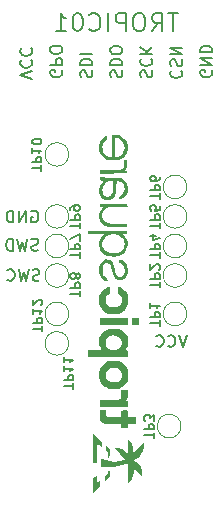
<source format=gbr>
%TF.GenerationSoftware,KiCad,Pcbnew,9.0.0+1*%
%TF.CreationDate,2025-04-22T18:27:58+02:00*%
%TF.ProjectId,ts13a_dev_kit,74733133-615f-4646-9576-5f6b69742e6b,rev?*%
%TF.SameCoordinates,Original*%
%TF.FileFunction,Legend,Bot*%
%TF.FilePolarity,Positive*%
%FSLAX46Y46*%
G04 Gerber Fmt 4.6, Leading zero omitted, Abs format (unit mm)*
G04 Created by KiCad (PCBNEW 9.0.0+1) date 2025-04-22 18:27:58*
%MOMM*%
%LPD*%
G01*
G04 APERTURE LIST*
%ADD10C,0.150000*%
%ADD11C,0.200000*%
%ADD12C,0.120000*%
%ADD13C,0.000000*%
G04 APERTURE END LIST*
D10*
X123510839Y-77157200D02*
X123367982Y-77204819D01*
X123367982Y-77204819D02*
X123129887Y-77204819D01*
X123129887Y-77204819D02*
X123034649Y-77157200D01*
X123034649Y-77157200D02*
X122987030Y-77109580D01*
X122987030Y-77109580D02*
X122939411Y-77014342D01*
X122939411Y-77014342D02*
X122939411Y-76919104D01*
X122939411Y-76919104D02*
X122987030Y-76823866D01*
X122987030Y-76823866D02*
X123034649Y-76776247D01*
X123034649Y-76776247D02*
X123129887Y-76728628D01*
X123129887Y-76728628D02*
X123320363Y-76681009D01*
X123320363Y-76681009D02*
X123415601Y-76633390D01*
X123415601Y-76633390D02*
X123463220Y-76585771D01*
X123463220Y-76585771D02*
X123510839Y-76490533D01*
X123510839Y-76490533D02*
X123510839Y-76395295D01*
X123510839Y-76395295D02*
X123463220Y-76300057D01*
X123463220Y-76300057D02*
X123415601Y-76252438D01*
X123415601Y-76252438D02*
X123320363Y-76204819D01*
X123320363Y-76204819D02*
X123082268Y-76204819D01*
X123082268Y-76204819D02*
X122939411Y-76252438D01*
X122606077Y-76204819D02*
X122367982Y-77204819D01*
X122367982Y-77204819D02*
X122177506Y-76490533D01*
X122177506Y-76490533D02*
X121987030Y-77204819D01*
X121987030Y-77204819D02*
X121748935Y-76204819D01*
X120796554Y-77109580D02*
X120844173Y-77157200D01*
X120844173Y-77157200D02*
X120987030Y-77204819D01*
X120987030Y-77204819D02*
X121082268Y-77204819D01*
X121082268Y-77204819D02*
X121225125Y-77157200D01*
X121225125Y-77157200D02*
X121320363Y-77061961D01*
X121320363Y-77061961D02*
X121367982Y-76966723D01*
X121367982Y-76966723D02*
X121415601Y-76776247D01*
X121415601Y-76776247D02*
X121415601Y-76633390D01*
X121415601Y-76633390D02*
X121367982Y-76442914D01*
X121367982Y-76442914D02*
X121320363Y-76347676D01*
X121320363Y-76347676D02*
X121225125Y-76252438D01*
X121225125Y-76252438D02*
X121082268Y-76204819D01*
X121082268Y-76204819D02*
X120987030Y-76204819D01*
X120987030Y-76204819D02*
X120844173Y-76252438D01*
X120844173Y-76252438D02*
X120796554Y-76300057D01*
X132112800Y-59960839D02*
X132065180Y-59817982D01*
X132065180Y-59817982D02*
X132065180Y-59579887D01*
X132065180Y-59579887D02*
X132112800Y-59484649D01*
X132112800Y-59484649D02*
X132160419Y-59437030D01*
X132160419Y-59437030D02*
X132255657Y-59389411D01*
X132255657Y-59389411D02*
X132350895Y-59389411D01*
X132350895Y-59389411D02*
X132446133Y-59437030D01*
X132446133Y-59437030D02*
X132493752Y-59484649D01*
X132493752Y-59484649D02*
X132541371Y-59579887D01*
X132541371Y-59579887D02*
X132588990Y-59770363D01*
X132588990Y-59770363D02*
X132636609Y-59865601D01*
X132636609Y-59865601D02*
X132684228Y-59913220D01*
X132684228Y-59913220D02*
X132779466Y-59960839D01*
X132779466Y-59960839D02*
X132874704Y-59960839D01*
X132874704Y-59960839D02*
X132969942Y-59913220D01*
X132969942Y-59913220D02*
X133017561Y-59865601D01*
X133017561Y-59865601D02*
X133065180Y-59770363D01*
X133065180Y-59770363D02*
X133065180Y-59532268D01*
X133065180Y-59532268D02*
X133017561Y-59389411D01*
X132160419Y-58389411D02*
X132112800Y-58437030D01*
X132112800Y-58437030D02*
X132065180Y-58579887D01*
X132065180Y-58579887D02*
X132065180Y-58675125D01*
X132065180Y-58675125D02*
X132112800Y-58817982D01*
X132112800Y-58817982D02*
X132208038Y-58913220D01*
X132208038Y-58913220D02*
X132303276Y-58960839D01*
X132303276Y-58960839D02*
X132493752Y-59008458D01*
X132493752Y-59008458D02*
X132636609Y-59008458D01*
X132636609Y-59008458D02*
X132827085Y-58960839D01*
X132827085Y-58960839D02*
X132922323Y-58913220D01*
X132922323Y-58913220D02*
X133017561Y-58817982D01*
X133017561Y-58817982D02*
X133065180Y-58675125D01*
X133065180Y-58675125D02*
X133065180Y-58579887D01*
X133065180Y-58579887D02*
X133017561Y-58437030D01*
X133017561Y-58437030D02*
X132969942Y-58389411D01*
X132065180Y-57960839D02*
X133065180Y-57960839D01*
X132065180Y-57389411D02*
X132636609Y-57817982D01*
X133065180Y-57389411D02*
X132493752Y-57960839D01*
X123410839Y-74607200D02*
X123267982Y-74654819D01*
X123267982Y-74654819D02*
X123029887Y-74654819D01*
X123029887Y-74654819D02*
X122934649Y-74607200D01*
X122934649Y-74607200D02*
X122887030Y-74559580D01*
X122887030Y-74559580D02*
X122839411Y-74464342D01*
X122839411Y-74464342D02*
X122839411Y-74369104D01*
X122839411Y-74369104D02*
X122887030Y-74273866D01*
X122887030Y-74273866D02*
X122934649Y-74226247D01*
X122934649Y-74226247D02*
X123029887Y-74178628D01*
X123029887Y-74178628D02*
X123220363Y-74131009D01*
X123220363Y-74131009D02*
X123315601Y-74083390D01*
X123315601Y-74083390D02*
X123363220Y-74035771D01*
X123363220Y-74035771D02*
X123410839Y-73940533D01*
X123410839Y-73940533D02*
X123410839Y-73845295D01*
X123410839Y-73845295D02*
X123363220Y-73750057D01*
X123363220Y-73750057D02*
X123315601Y-73702438D01*
X123315601Y-73702438D02*
X123220363Y-73654819D01*
X123220363Y-73654819D02*
X122982268Y-73654819D01*
X122982268Y-73654819D02*
X122839411Y-73702438D01*
X122506077Y-73654819D02*
X122267982Y-74654819D01*
X122267982Y-74654819D02*
X122077506Y-73940533D01*
X122077506Y-73940533D02*
X121887030Y-74654819D01*
X121887030Y-74654819D02*
X121648935Y-73654819D01*
X121267982Y-74654819D02*
X121267982Y-73654819D01*
X121267982Y-73654819D02*
X121029887Y-73654819D01*
X121029887Y-73654819D02*
X120887030Y-73702438D01*
X120887030Y-73702438D02*
X120791792Y-73797676D01*
X120791792Y-73797676D02*
X120744173Y-73892914D01*
X120744173Y-73892914D02*
X120696554Y-74083390D01*
X120696554Y-74083390D02*
X120696554Y-74226247D01*
X120696554Y-74226247D02*
X120744173Y-74416723D01*
X120744173Y-74416723D02*
X120791792Y-74511961D01*
X120791792Y-74511961D02*
X120887030Y-74607200D01*
X120887030Y-74607200D02*
X121029887Y-74654819D01*
X121029887Y-74654819D02*
X121267982Y-74654819D01*
X135986077Y-81789819D02*
X135652744Y-82789819D01*
X135652744Y-82789819D02*
X135319411Y-81789819D01*
X134414649Y-82694580D02*
X134462268Y-82742200D01*
X134462268Y-82742200D02*
X134605125Y-82789819D01*
X134605125Y-82789819D02*
X134700363Y-82789819D01*
X134700363Y-82789819D02*
X134843220Y-82742200D01*
X134843220Y-82742200D02*
X134938458Y-82646961D01*
X134938458Y-82646961D02*
X134986077Y-82551723D01*
X134986077Y-82551723D02*
X135033696Y-82361247D01*
X135033696Y-82361247D02*
X135033696Y-82218390D01*
X135033696Y-82218390D02*
X134986077Y-82027914D01*
X134986077Y-82027914D02*
X134938458Y-81932676D01*
X134938458Y-81932676D02*
X134843220Y-81837438D01*
X134843220Y-81837438D02*
X134700363Y-81789819D01*
X134700363Y-81789819D02*
X134605125Y-81789819D01*
X134605125Y-81789819D02*
X134462268Y-81837438D01*
X134462268Y-81837438D02*
X134414649Y-81885057D01*
X133414649Y-82694580D02*
X133462268Y-82742200D01*
X133462268Y-82742200D02*
X133605125Y-82789819D01*
X133605125Y-82789819D02*
X133700363Y-82789819D01*
X133700363Y-82789819D02*
X133843220Y-82742200D01*
X133843220Y-82742200D02*
X133938458Y-82646961D01*
X133938458Y-82646961D02*
X133986077Y-82551723D01*
X133986077Y-82551723D02*
X134033696Y-82361247D01*
X134033696Y-82361247D02*
X134033696Y-82218390D01*
X134033696Y-82218390D02*
X133986077Y-82027914D01*
X133986077Y-82027914D02*
X133938458Y-81932676D01*
X133938458Y-81932676D02*
X133843220Y-81837438D01*
X133843220Y-81837438D02*
X133700363Y-81789819D01*
X133700363Y-81789819D02*
X133605125Y-81789819D01*
X133605125Y-81789819D02*
X133462268Y-81837438D01*
X133462268Y-81837438D02*
X133414649Y-81885057D01*
X138097561Y-59389411D02*
X138145180Y-59484649D01*
X138145180Y-59484649D02*
X138145180Y-59627506D01*
X138145180Y-59627506D02*
X138097561Y-59770363D01*
X138097561Y-59770363D02*
X138002323Y-59865601D01*
X138002323Y-59865601D02*
X137907085Y-59913220D01*
X137907085Y-59913220D02*
X137716609Y-59960839D01*
X137716609Y-59960839D02*
X137573752Y-59960839D01*
X137573752Y-59960839D02*
X137383276Y-59913220D01*
X137383276Y-59913220D02*
X137288038Y-59865601D01*
X137288038Y-59865601D02*
X137192800Y-59770363D01*
X137192800Y-59770363D02*
X137145180Y-59627506D01*
X137145180Y-59627506D02*
X137145180Y-59532268D01*
X137145180Y-59532268D02*
X137192800Y-59389411D01*
X137192800Y-59389411D02*
X137240419Y-59341792D01*
X137240419Y-59341792D02*
X137573752Y-59341792D01*
X137573752Y-59341792D02*
X137573752Y-59532268D01*
X137145180Y-58913220D02*
X138145180Y-58913220D01*
X138145180Y-58913220D02*
X137145180Y-58341792D01*
X137145180Y-58341792D02*
X138145180Y-58341792D01*
X137145180Y-57865601D02*
X138145180Y-57865601D01*
X138145180Y-57865601D02*
X138145180Y-57627506D01*
X138145180Y-57627506D02*
X138097561Y-57484649D01*
X138097561Y-57484649D02*
X138002323Y-57389411D01*
X138002323Y-57389411D02*
X137907085Y-57341792D01*
X137907085Y-57341792D02*
X137716609Y-57294173D01*
X137716609Y-57294173D02*
X137573752Y-57294173D01*
X137573752Y-57294173D02*
X137383276Y-57341792D01*
X137383276Y-57341792D02*
X137288038Y-57389411D01*
X137288038Y-57389411D02*
X137192800Y-57484649D01*
X137192800Y-57484649D02*
X137145180Y-57627506D01*
X137145180Y-57627506D02*
X137145180Y-57865601D01*
D11*
X135249999Y-54556028D02*
X134392857Y-54556028D01*
X134821428Y-56056028D02*
X134821428Y-54556028D01*
X133035714Y-56056028D02*
X133535714Y-55341742D01*
X133892857Y-56056028D02*
X133892857Y-54556028D01*
X133892857Y-54556028D02*
X133321428Y-54556028D01*
X133321428Y-54556028D02*
X133178571Y-54627457D01*
X133178571Y-54627457D02*
X133107142Y-54698885D01*
X133107142Y-54698885D02*
X133035714Y-54841742D01*
X133035714Y-54841742D02*
X133035714Y-55056028D01*
X133035714Y-55056028D02*
X133107142Y-55198885D01*
X133107142Y-55198885D02*
X133178571Y-55270314D01*
X133178571Y-55270314D02*
X133321428Y-55341742D01*
X133321428Y-55341742D02*
X133892857Y-55341742D01*
X132107142Y-54556028D02*
X131821428Y-54556028D01*
X131821428Y-54556028D02*
X131678571Y-54627457D01*
X131678571Y-54627457D02*
X131535714Y-54770314D01*
X131535714Y-54770314D02*
X131464285Y-55056028D01*
X131464285Y-55056028D02*
X131464285Y-55556028D01*
X131464285Y-55556028D02*
X131535714Y-55841742D01*
X131535714Y-55841742D02*
X131678571Y-55984600D01*
X131678571Y-55984600D02*
X131821428Y-56056028D01*
X131821428Y-56056028D02*
X132107142Y-56056028D01*
X132107142Y-56056028D02*
X132250000Y-55984600D01*
X132250000Y-55984600D02*
X132392857Y-55841742D01*
X132392857Y-55841742D02*
X132464285Y-55556028D01*
X132464285Y-55556028D02*
X132464285Y-55056028D01*
X132464285Y-55056028D02*
X132392857Y-54770314D01*
X132392857Y-54770314D02*
X132250000Y-54627457D01*
X132250000Y-54627457D02*
X132107142Y-54556028D01*
X130821428Y-56056028D02*
X130821428Y-54556028D01*
X130821428Y-54556028D02*
X130249999Y-54556028D01*
X130249999Y-54556028D02*
X130107142Y-54627457D01*
X130107142Y-54627457D02*
X130035713Y-54698885D01*
X130035713Y-54698885D02*
X129964285Y-54841742D01*
X129964285Y-54841742D02*
X129964285Y-55056028D01*
X129964285Y-55056028D02*
X130035713Y-55198885D01*
X130035713Y-55198885D02*
X130107142Y-55270314D01*
X130107142Y-55270314D02*
X130249999Y-55341742D01*
X130249999Y-55341742D02*
X130821428Y-55341742D01*
X129321428Y-56056028D02*
X129321428Y-54556028D01*
X127749999Y-55913171D02*
X127821427Y-55984600D01*
X127821427Y-55984600D02*
X128035713Y-56056028D01*
X128035713Y-56056028D02*
X128178570Y-56056028D01*
X128178570Y-56056028D02*
X128392856Y-55984600D01*
X128392856Y-55984600D02*
X128535713Y-55841742D01*
X128535713Y-55841742D02*
X128607142Y-55698885D01*
X128607142Y-55698885D02*
X128678570Y-55413171D01*
X128678570Y-55413171D02*
X128678570Y-55198885D01*
X128678570Y-55198885D02*
X128607142Y-54913171D01*
X128607142Y-54913171D02*
X128535713Y-54770314D01*
X128535713Y-54770314D02*
X128392856Y-54627457D01*
X128392856Y-54627457D02*
X128178570Y-54556028D01*
X128178570Y-54556028D02*
X128035713Y-54556028D01*
X128035713Y-54556028D02*
X127821427Y-54627457D01*
X127821427Y-54627457D02*
X127749999Y-54698885D01*
X126821427Y-54556028D02*
X126678570Y-54556028D01*
X126678570Y-54556028D02*
X126535713Y-54627457D01*
X126535713Y-54627457D02*
X126464285Y-54698885D01*
X126464285Y-54698885D02*
X126392856Y-54841742D01*
X126392856Y-54841742D02*
X126321427Y-55127457D01*
X126321427Y-55127457D02*
X126321427Y-55484600D01*
X126321427Y-55484600D02*
X126392856Y-55770314D01*
X126392856Y-55770314D02*
X126464285Y-55913171D01*
X126464285Y-55913171D02*
X126535713Y-55984600D01*
X126535713Y-55984600D02*
X126678570Y-56056028D01*
X126678570Y-56056028D02*
X126821427Y-56056028D01*
X126821427Y-56056028D02*
X126964285Y-55984600D01*
X126964285Y-55984600D02*
X127035713Y-55913171D01*
X127035713Y-55913171D02*
X127107142Y-55770314D01*
X127107142Y-55770314D02*
X127178570Y-55484600D01*
X127178570Y-55484600D02*
X127178570Y-55127457D01*
X127178570Y-55127457D02*
X127107142Y-54841742D01*
X127107142Y-54841742D02*
X127035713Y-54698885D01*
X127035713Y-54698885D02*
X126964285Y-54627457D01*
X126964285Y-54627457D02*
X126821427Y-54556028D01*
X124892856Y-56056028D02*
X125749999Y-56056028D01*
X125321428Y-56056028D02*
X125321428Y-54556028D01*
X125321428Y-54556028D02*
X125464285Y-54770314D01*
X125464285Y-54770314D02*
X125607142Y-54913171D01*
X125607142Y-54913171D02*
X125749999Y-54984600D01*
D10*
X129572800Y-59960839D02*
X129525180Y-59817982D01*
X129525180Y-59817982D02*
X129525180Y-59579887D01*
X129525180Y-59579887D02*
X129572800Y-59484649D01*
X129572800Y-59484649D02*
X129620419Y-59437030D01*
X129620419Y-59437030D02*
X129715657Y-59389411D01*
X129715657Y-59389411D02*
X129810895Y-59389411D01*
X129810895Y-59389411D02*
X129906133Y-59437030D01*
X129906133Y-59437030D02*
X129953752Y-59484649D01*
X129953752Y-59484649D02*
X130001371Y-59579887D01*
X130001371Y-59579887D02*
X130048990Y-59770363D01*
X130048990Y-59770363D02*
X130096609Y-59865601D01*
X130096609Y-59865601D02*
X130144228Y-59913220D01*
X130144228Y-59913220D02*
X130239466Y-59960839D01*
X130239466Y-59960839D02*
X130334704Y-59960839D01*
X130334704Y-59960839D02*
X130429942Y-59913220D01*
X130429942Y-59913220D02*
X130477561Y-59865601D01*
X130477561Y-59865601D02*
X130525180Y-59770363D01*
X130525180Y-59770363D02*
X130525180Y-59532268D01*
X130525180Y-59532268D02*
X130477561Y-59389411D01*
X129525180Y-58960839D02*
X130525180Y-58960839D01*
X130525180Y-58960839D02*
X130525180Y-58722744D01*
X130525180Y-58722744D02*
X130477561Y-58579887D01*
X130477561Y-58579887D02*
X130382323Y-58484649D01*
X130382323Y-58484649D02*
X130287085Y-58437030D01*
X130287085Y-58437030D02*
X130096609Y-58389411D01*
X130096609Y-58389411D02*
X129953752Y-58389411D01*
X129953752Y-58389411D02*
X129763276Y-58437030D01*
X129763276Y-58437030D02*
X129668038Y-58484649D01*
X129668038Y-58484649D02*
X129572800Y-58579887D01*
X129572800Y-58579887D02*
X129525180Y-58722744D01*
X129525180Y-58722744D02*
X129525180Y-58960839D01*
X130525180Y-57770363D02*
X130525180Y-57579887D01*
X130525180Y-57579887D02*
X130477561Y-57484649D01*
X130477561Y-57484649D02*
X130382323Y-57389411D01*
X130382323Y-57389411D02*
X130191847Y-57341792D01*
X130191847Y-57341792D02*
X129858514Y-57341792D01*
X129858514Y-57341792D02*
X129668038Y-57389411D01*
X129668038Y-57389411D02*
X129572800Y-57484649D01*
X129572800Y-57484649D02*
X129525180Y-57579887D01*
X129525180Y-57579887D02*
X129525180Y-57770363D01*
X129525180Y-57770363D02*
X129572800Y-57865601D01*
X129572800Y-57865601D02*
X129668038Y-57960839D01*
X129668038Y-57960839D02*
X129858514Y-58008458D01*
X129858514Y-58008458D02*
X130191847Y-58008458D01*
X130191847Y-58008458D02*
X130382323Y-57960839D01*
X130382323Y-57960839D02*
X130477561Y-57865601D01*
X130477561Y-57865601D02*
X130525180Y-57770363D01*
X122905180Y-60094599D02*
X121905180Y-59761266D01*
X121905180Y-59761266D02*
X122905180Y-59427933D01*
X122000419Y-58523171D02*
X121952800Y-58570790D01*
X121952800Y-58570790D02*
X121905180Y-58713647D01*
X121905180Y-58713647D02*
X121905180Y-58808885D01*
X121905180Y-58808885D02*
X121952800Y-58951742D01*
X121952800Y-58951742D02*
X122048038Y-59046980D01*
X122048038Y-59046980D02*
X122143276Y-59094599D01*
X122143276Y-59094599D02*
X122333752Y-59142218D01*
X122333752Y-59142218D02*
X122476609Y-59142218D01*
X122476609Y-59142218D02*
X122667085Y-59094599D01*
X122667085Y-59094599D02*
X122762323Y-59046980D01*
X122762323Y-59046980D02*
X122857561Y-58951742D01*
X122857561Y-58951742D02*
X122905180Y-58808885D01*
X122905180Y-58808885D02*
X122905180Y-58713647D01*
X122905180Y-58713647D02*
X122857561Y-58570790D01*
X122857561Y-58570790D02*
X122809942Y-58523171D01*
X122000419Y-57523171D02*
X121952800Y-57570790D01*
X121952800Y-57570790D02*
X121905180Y-57713647D01*
X121905180Y-57713647D02*
X121905180Y-57808885D01*
X121905180Y-57808885D02*
X121952800Y-57951742D01*
X121952800Y-57951742D02*
X122048038Y-58046980D01*
X122048038Y-58046980D02*
X122143276Y-58094599D01*
X122143276Y-58094599D02*
X122333752Y-58142218D01*
X122333752Y-58142218D02*
X122476609Y-58142218D01*
X122476609Y-58142218D02*
X122667085Y-58094599D01*
X122667085Y-58094599D02*
X122762323Y-58046980D01*
X122762323Y-58046980D02*
X122857561Y-57951742D01*
X122857561Y-57951742D02*
X122905180Y-57808885D01*
X122905180Y-57808885D02*
X122905180Y-57713647D01*
X122905180Y-57713647D02*
X122857561Y-57570790D01*
X122857561Y-57570790D02*
X122809942Y-57523171D01*
X127032800Y-59960839D02*
X126985180Y-59817982D01*
X126985180Y-59817982D02*
X126985180Y-59579887D01*
X126985180Y-59579887D02*
X127032800Y-59484649D01*
X127032800Y-59484649D02*
X127080419Y-59437030D01*
X127080419Y-59437030D02*
X127175657Y-59389411D01*
X127175657Y-59389411D02*
X127270895Y-59389411D01*
X127270895Y-59389411D02*
X127366133Y-59437030D01*
X127366133Y-59437030D02*
X127413752Y-59484649D01*
X127413752Y-59484649D02*
X127461371Y-59579887D01*
X127461371Y-59579887D02*
X127508990Y-59770363D01*
X127508990Y-59770363D02*
X127556609Y-59865601D01*
X127556609Y-59865601D02*
X127604228Y-59913220D01*
X127604228Y-59913220D02*
X127699466Y-59960839D01*
X127699466Y-59960839D02*
X127794704Y-59960839D01*
X127794704Y-59960839D02*
X127889942Y-59913220D01*
X127889942Y-59913220D02*
X127937561Y-59865601D01*
X127937561Y-59865601D02*
X127985180Y-59770363D01*
X127985180Y-59770363D02*
X127985180Y-59532268D01*
X127985180Y-59532268D02*
X127937561Y-59389411D01*
X126985180Y-58960839D02*
X127985180Y-58960839D01*
X127985180Y-58960839D02*
X127985180Y-58722744D01*
X127985180Y-58722744D02*
X127937561Y-58579887D01*
X127937561Y-58579887D02*
X127842323Y-58484649D01*
X127842323Y-58484649D02*
X127747085Y-58437030D01*
X127747085Y-58437030D02*
X127556609Y-58389411D01*
X127556609Y-58389411D02*
X127413752Y-58389411D01*
X127413752Y-58389411D02*
X127223276Y-58437030D01*
X127223276Y-58437030D02*
X127128038Y-58484649D01*
X127128038Y-58484649D02*
X127032800Y-58579887D01*
X127032800Y-58579887D02*
X126985180Y-58722744D01*
X126985180Y-58722744D02*
X126985180Y-58960839D01*
X126985180Y-57960839D02*
X127985180Y-57960839D01*
X122839411Y-71302438D02*
X122934649Y-71254819D01*
X122934649Y-71254819D02*
X123077506Y-71254819D01*
X123077506Y-71254819D02*
X123220363Y-71302438D01*
X123220363Y-71302438D02*
X123315601Y-71397676D01*
X123315601Y-71397676D02*
X123363220Y-71492914D01*
X123363220Y-71492914D02*
X123410839Y-71683390D01*
X123410839Y-71683390D02*
X123410839Y-71826247D01*
X123410839Y-71826247D02*
X123363220Y-72016723D01*
X123363220Y-72016723D02*
X123315601Y-72111961D01*
X123315601Y-72111961D02*
X123220363Y-72207200D01*
X123220363Y-72207200D02*
X123077506Y-72254819D01*
X123077506Y-72254819D02*
X122982268Y-72254819D01*
X122982268Y-72254819D02*
X122839411Y-72207200D01*
X122839411Y-72207200D02*
X122791792Y-72159580D01*
X122791792Y-72159580D02*
X122791792Y-71826247D01*
X122791792Y-71826247D02*
X122982268Y-71826247D01*
X122363220Y-72254819D02*
X122363220Y-71254819D01*
X122363220Y-71254819D02*
X121791792Y-72254819D01*
X121791792Y-72254819D02*
X121791792Y-71254819D01*
X121315601Y-72254819D02*
X121315601Y-71254819D01*
X121315601Y-71254819D02*
X121077506Y-71254819D01*
X121077506Y-71254819D02*
X120934649Y-71302438D01*
X120934649Y-71302438D02*
X120839411Y-71397676D01*
X120839411Y-71397676D02*
X120791792Y-71492914D01*
X120791792Y-71492914D02*
X120744173Y-71683390D01*
X120744173Y-71683390D02*
X120744173Y-71826247D01*
X120744173Y-71826247D02*
X120791792Y-72016723D01*
X120791792Y-72016723D02*
X120839411Y-72111961D01*
X120839411Y-72111961D02*
X120934649Y-72207200D01*
X120934649Y-72207200D02*
X121077506Y-72254819D01*
X121077506Y-72254819D02*
X121315601Y-72254819D01*
X134700419Y-59400963D02*
X134652800Y-59448582D01*
X134652800Y-59448582D02*
X134605180Y-59591439D01*
X134605180Y-59591439D02*
X134605180Y-59686677D01*
X134605180Y-59686677D02*
X134652800Y-59829534D01*
X134652800Y-59829534D02*
X134748038Y-59924772D01*
X134748038Y-59924772D02*
X134843276Y-59972391D01*
X134843276Y-59972391D02*
X135033752Y-60020010D01*
X135033752Y-60020010D02*
X135176609Y-60020010D01*
X135176609Y-60020010D02*
X135367085Y-59972391D01*
X135367085Y-59972391D02*
X135462323Y-59924772D01*
X135462323Y-59924772D02*
X135557561Y-59829534D01*
X135557561Y-59829534D02*
X135605180Y-59686677D01*
X135605180Y-59686677D02*
X135605180Y-59591439D01*
X135605180Y-59591439D02*
X135557561Y-59448582D01*
X135557561Y-59448582D02*
X135509942Y-59400963D01*
X134652800Y-59020010D02*
X134605180Y-58877153D01*
X134605180Y-58877153D02*
X134605180Y-58639058D01*
X134605180Y-58639058D02*
X134652800Y-58543820D01*
X134652800Y-58543820D02*
X134700419Y-58496201D01*
X134700419Y-58496201D02*
X134795657Y-58448582D01*
X134795657Y-58448582D02*
X134890895Y-58448582D01*
X134890895Y-58448582D02*
X134986133Y-58496201D01*
X134986133Y-58496201D02*
X135033752Y-58543820D01*
X135033752Y-58543820D02*
X135081371Y-58639058D01*
X135081371Y-58639058D02*
X135128990Y-58829534D01*
X135128990Y-58829534D02*
X135176609Y-58924772D01*
X135176609Y-58924772D02*
X135224228Y-58972391D01*
X135224228Y-58972391D02*
X135319466Y-59020010D01*
X135319466Y-59020010D02*
X135414704Y-59020010D01*
X135414704Y-59020010D02*
X135509942Y-58972391D01*
X135509942Y-58972391D02*
X135557561Y-58924772D01*
X135557561Y-58924772D02*
X135605180Y-58829534D01*
X135605180Y-58829534D02*
X135605180Y-58591439D01*
X135605180Y-58591439D02*
X135557561Y-58448582D01*
X134605180Y-58020010D02*
X135605180Y-58020010D01*
X135605180Y-58020010D02*
X134605180Y-57448582D01*
X134605180Y-57448582D02*
X135605180Y-57448582D01*
X125397561Y-59389411D02*
X125445180Y-59484649D01*
X125445180Y-59484649D02*
X125445180Y-59627506D01*
X125445180Y-59627506D02*
X125397561Y-59770363D01*
X125397561Y-59770363D02*
X125302323Y-59865601D01*
X125302323Y-59865601D02*
X125207085Y-59913220D01*
X125207085Y-59913220D02*
X125016609Y-59960839D01*
X125016609Y-59960839D02*
X124873752Y-59960839D01*
X124873752Y-59960839D02*
X124683276Y-59913220D01*
X124683276Y-59913220D02*
X124588038Y-59865601D01*
X124588038Y-59865601D02*
X124492800Y-59770363D01*
X124492800Y-59770363D02*
X124445180Y-59627506D01*
X124445180Y-59627506D02*
X124445180Y-59532268D01*
X124445180Y-59532268D02*
X124492800Y-59389411D01*
X124492800Y-59389411D02*
X124540419Y-59341792D01*
X124540419Y-59341792D02*
X124873752Y-59341792D01*
X124873752Y-59341792D02*
X124873752Y-59532268D01*
X124445180Y-58913220D02*
X125445180Y-58913220D01*
X125445180Y-58913220D02*
X125445180Y-58532268D01*
X125445180Y-58532268D02*
X125397561Y-58437030D01*
X125397561Y-58437030D02*
X125349942Y-58389411D01*
X125349942Y-58389411D02*
X125254704Y-58341792D01*
X125254704Y-58341792D02*
X125111847Y-58341792D01*
X125111847Y-58341792D02*
X125016609Y-58389411D01*
X125016609Y-58389411D02*
X124968990Y-58437030D01*
X124968990Y-58437030D02*
X124921371Y-58532268D01*
X124921371Y-58532268D02*
X124921371Y-58913220D01*
X125445180Y-57722744D02*
X125445180Y-57532268D01*
X125445180Y-57532268D02*
X125397561Y-57437030D01*
X125397561Y-57437030D02*
X125302323Y-57341792D01*
X125302323Y-57341792D02*
X125111847Y-57294173D01*
X125111847Y-57294173D02*
X124778514Y-57294173D01*
X124778514Y-57294173D02*
X124588038Y-57341792D01*
X124588038Y-57341792D02*
X124492800Y-57437030D01*
X124492800Y-57437030D02*
X124445180Y-57532268D01*
X124445180Y-57532268D02*
X124445180Y-57722744D01*
X124445180Y-57722744D02*
X124492800Y-57817982D01*
X124492800Y-57817982D02*
X124588038Y-57913220D01*
X124588038Y-57913220D02*
X124778514Y-57960839D01*
X124778514Y-57960839D02*
X125111847Y-57960839D01*
X125111847Y-57960839D02*
X125302323Y-57913220D01*
X125302323Y-57913220D02*
X125397561Y-57817982D01*
X125397561Y-57817982D02*
X125445180Y-57722744D01*
X126937704Y-75259523D02*
X126937704Y-74802380D01*
X126137704Y-75030952D02*
X126937704Y-75030952D01*
X126137704Y-74535713D02*
X126937704Y-74535713D01*
X126937704Y-74535713D02*
X126937704Y-74230951D01*
X126937704Y-74230951D02*
X126899609Y-74154761D01*
X126899609Y-74154761D02*
X126861514Y-74116666D01*
X126861514Y-74116666D02*
X126785323Y-74078570D01*
X126785323Y-74078570D02*
X126671038Y-74078570D01*
X126671038Y-74078570D02*
X126594847Y-74116666D01*
X126594847Y-74116666D02*
X126556752Y-74154761D01*
X126556752Y-74154761D02*
X126518657Y-74230951D01*
X126518657Y-74230951D02*
X126518657Y-74535713D01*
X126937704Y-73811904D02*
X126937704Y-73278570D01*
X126937704Y-73278570D02*
X126137704Y-73621428D01*
X133687704Y-77759523D02*
X133687704Y-77302380D01*
X132887704Y-77530952D02*
X133687704Y-77530952D01*
X132887704Y-77035713D02*
X133687704Y-77035713D01*
X133687704Y-77035713D02*
X133687704Y-76730951D01*
X133687704Y-76730951D02*
X133649609Y-76654761D01*
X133649609Y-76654761D02*
X133611514Y-76616666D01*
X133611514Y-76616666D02*
X133535323Y-76578570D01*
X133535323Y-76578570D02*
X133421038Y-76578570D01*
X133421038Y-76578570D02*
X133344847Y-76616666D01*
X133344847Y-76616666D02*
X133306752Y-76654761D01*
X133306752Y-76654761D02*
X133268657Y-76730951D01*
X133268657Y-76730951D02*
X133268657Y-77035713D01*
X133611514Y-76273809D02*
X133649609Y-76235713D01*
X133649609Y-76235713D02*
X133687704Y-76159523D01*
X133687704Y-76159523D02*
X133687704Y-75969047D01*
X133687704Y-75969047D02*
X133649609Y-75892856D01*
X133649609Y-75892856D02*
X133611514Y-75854761D01*
X133611514Y-75854761D02*
X133535323Y-75816666D01*
X133535323Y-75816666D02*
X133459133Y-75816666D01*
X133459133Y-75816666D02*
X133344847Y-75854761D01*
X133344847Y-75854761D02*
X132887704Y-76311904D01*
X132887704Y-76311904D02*
X132887704Y-75816666D01*
X133687704Y-72759523D02*
X133687704Y-72302380D01*
X132887704Y-72530952D02*
X133687704Y-72530952D01*
X132887704Y-72035713D02*
X133687704Y-72035713D01*
X133687704Y-72035713D02*
X133687704Y-71730951D01*
X133687704Y-71730951D02*
X133649609Y-71654761D01*
X133649609Y-71654761D02*
X133611514Y-71616666D01*
X133611514Y-71616666D02*
X133535323Y-71578570D01*
X133535323Y-71578570D02*
X133421038Y-71578570D01*
X133421038Y-71578570D02*
X133344847Y-71616666D01*
X133344847Y-71616666D02*
X133306752Y-71654761D01*
X133306752Y-71654761D02*
X133268657Y-71730951D01*
X133268657Y-71730951D02*
X133268657Y-72035713D01*
X133687704Y-70854761D02*
X133687704Y-71235713D01*
X133687704Y-71235713D02*
X133306752Y-71273809D01*
X133306752Y-71273809D02*
X133344847Y-71235713D01*
X133344847Y-71235713D02*
X133382942Y-71159523D01*
X133382942Y-71159523D02*
X133382942Y-70969047D01*
X133382942Y-70969047D02*
X133344847Y-70892856D01*
X133344847Y-70892856D02*
X133306752Y-70854761D01*
X133306752Y-70854761D02*
X133230561Y-70816666D01*
X133230561Y-70816666D02*
X133040085Y-70816666D01*
X133040085Y-70816666D02*
X132963895Y-70854761D01*
X132963895Y-70854761D02*
X132925800Y-70892856D01*
X132925800Y-70892856D02*
X132887704Y-70969047D01*
X132887704Y-70969047D02*
X132887704Y-71159523D01*
X132887704Y-71159523D02*
X132925800Y-71235713D01*
X132925800Y-71235713D02*
X132963895Y-71273809D01*
X133687704Y-70259523D02*
X133687704Y-69802380D01*
X132887704Y-70030952D02*
X133687704Y-70030952D01*
X132887704Y-69535713D02*
X133687704Y-69535713D01*
X133687704Y-69535713D02*
X133687704Y-69230951D01*
X133687704Y-69230951D02*
X133649609Y-69154761D01*
X133649609Y-69154761D02*
X133611514Y-69116666D01*
X133611514Y-69116666D02*
X133535323Y-69078570D01*
X133535323Y-69078570D02*
X133421038Y-69078570D01*
X133421038Y-69078570D02*
X133344847Y-69116666D01*
X133344847Y-69116666D02*
X133306752Y-69154761D01*
X133306752Y-69154761D02*
X133268657Y-69230951D01*
X133268657Y-69230951D02*
X133268657Y-69535713D01*
X133687704Y-68392856D02*
X133687704Y-68545237D01*
X133687704Y-68545237D02*
X133649609Y-68621428D01*
X133649609Y-68621428D02*
X133611514Y-68659523D01*
X133611514Y-68659523D02*
X133497228Y-68735713D01*
X133497228Y-68735713D02*
X133344847Y-68773809D01*
X133344847Y-68773809D02*
X133040085Y-68773809D01*
X133040085Y-68773809D02*
X132963895Y-68735713D01*
X132963895Y-68735713D02*
X132925800Y-68697618D01*
X132925800Y-68697618D02*
X132887704Y-68621428D01*
X132887704Y-68621428D02*
X132887704Y-68469047D01*
X132887704Y-68469047D02*
X132925800Y-68392856D01*
X132925800Y-68392856D02*
X132963895Y-68354761D01*
X132963895Y-68354761D02*
X133040085Y-68316666D01*
X133040085Y-68316666D02*
X133230561Y-68316666D01*
X133230561Y-68316666D02*
X133306752Y-68354761D01*
X133306752Y-68354761D02*
X133344847Y-68392856D01*
X133344847Y-68392856D02*
X133382942Y-68469047D01*
X133382942Y-68469047D02*
X133382942Y-68621428D01*
X133382942Y-68621428D02*
X133344847Y-68697618D01*
X133344847Y-68697618D02*
X133306752Y-68735713D01*
X133306752Y-68735713D02*
X133230561Y-68773809D01*
X123687704Y-67890476D02*
X123687704Y-67433333D01*
X122887704Y-67661905D02*
X123687704Y-67661905D01*
X122887704Y-67166666D02*
X123687704Y-67166666D01*
X123687704Y-67166666D02*
X123687704Y-66861904D01*
X123687704Y-66861904D02*
X123649609Y-66785714D01*
X123649609Y-66785714D02*
X123611514Y-66747619D01*
X123611514Y-66747619D02*
X123535323Y-66709523D01*
X123535323Y-66709523D02*
X123421038Y-66709523D01*
X123421038Y-66709523D02*
X123344847Y-66747619D01*
X123344847Y-66747619D02*
X123306752Y-66785714D01*
X123306752Y-66785714D02*
X123268657Y-66861904D01*
X123268657Y-66861904D02*
X123268657Y-67166666D01*
X122887704Y-65947619D02*
X122887704Y-66404762D01*
X122887704Y-66176190D02*
X123687704Y-66176190D01*
X123687704Y-66176190D02*
X123573419Y-66252381D01*
X123573419Y-66252381D02*
X123497228Y-66328571D01*
X123497228Y-66328571D02*
X123459133Y-66404762D01*
X123687704Y-65452380D02*
X123687704Y-65376190D01*
X123687704Y-65376190D02*
X123649609Y-65299999D01*
X123649609Y-65299999D02*
X123611514Y-65261904D01*
X123611514Y-65261904D02*
X123535323Y-65223809D01*
X123535323Y-65223809D02*
X123382942Y-65185714D01*
X123382942Y-65185714D02*
X123192466Y-65185714D01*
X123192466Y-65185714D02*
X123040085Y-65223809D01*
X123040085Y-65223809D02*
X122963895Y-65261904D01*
X122963895Y-65261904D02*
X122925800Y-65299999D01*
X122925800Y-65299999D02*
X122887704Y-65376190D01*
X122887704Y-65376190D02*
X122887704Y-65452380D01*
X122887704Y-65452380D02*
X122925800Y-65528571D01*
X122925800Y-65528571D02*
X122963895Y-65566666D01*
X122963895Y-65566666D02*
X123040085Y-65604761D01*
X123040085Y-65604761D02*
X123192466Y-65642857D01*
X123192466Y-65642857D02*
X123382942Y-65642857D01*
X123382942Y-65642857D02*
X123535323Y-65604761D01*
X123535323Y-65604761D02*
X123611514Y-65566666D01*
X123611514Y-65566666D02*
X123649609Y-65528571D01*
X123649609Y-65528571D02*
X123687704Y-65452380D01*
X123757704Y-81490476D02*
X123757704Y-81033333D01*
X122957704Y-81261905D02*
X123757704Y-81261905D01*
X122957704Y-80766666D02*
X123757704Y-80766666D01*
X123757704Y-80766666D02*
X123757704Y-80461904D01*
X123757704Y-80461904D02*
X123719609Y-80385714D01*
X123719609Y-80385714D02*
X123681514Y-80347619D01*
X123681514Y-80347619D02*
X123605323Y-80309523D01*
X123605323Y-80309523D02*
X123491038Y-80309523D01*
X123491038Y-80309523D02*
X123414847Y-80347619D01*
X123414847Y-80347619D02*
X123376752Y-80385714D01*
X123376752Y-80385714D02*
X123338657Y-80461904D01*
X123338657Y-80461904D02*
X123338657Y-80766666D01*
X122957704Y-79547619D02*
X122957704Y-80004762D01*
X122957704Y-79776190D02*
X123757704Y-79776190D01*
X123757704Y-79776190D02*
X123643419Y-79852381D01*
X123643419Y-79852381D02*
X123567228Y-79928571D01*
X123567228Y-79928571D02*
X123529133Y-80004762D01*
X123681514Y-79242857D02*
X123719609Y-79204761D01*
X123719609Y-79204761D02*
X123757704Y-79128571D01*
X123757704Y-79128571D02*
X123757704Y-78938095D01*
X123757704Y-78938095D02*
X123719609Y-78861904D01*
X123719609Y-78861904D02*
X123681514Y-78823809D01*
X123681514Y-78823809D02*
X123605323Y-78785714D01*
X123605323Y-78785714D02*
X123529133Y-78785714D01*
X123529133Y-78785714D02*
X123414847Y-78823809D01*
X123414847Y-78823809D02*
X122957704Y-79280952D01*
X122957704Y-79280952D02*
X122957704Y-78785714D01*
X126937704Y-78509523D02*
X126937704Y-78052380D01*
X126137704Y-78280952D02*
X126937704Y-78280952D01*
X126137704Y-77785713D02*
X126937704Y-77785713D01*
X126937704Y-77785713D02*
X126937704Y-77480951D01*
X126937704Y-77480951D02*
X126899609Y-77404761D01*
X126899609Y-77404761D02*
X126861514Y-77366666D01*
X126861514Y-77366666D02*
X126785323Y-77328570D01*
X126785323Y-77328570D02*
X126671038Y-77328570D01*
X126671038Y-77328570D02*
X126594847Y-77366666D01*
X126594847Y-77366666D02*
X126556752Y-77404761D01*
X126556752Y-77404761D02*
X126518657Y-77480951D01*
X126518657Y-77480951D02*
X126518657Y-77785713D01*
X126594847Y-76871428D02*
X126632942Y-76947618D01*
X126632942Y-76947618D02*
X126671038Y-76985713D01*
X126671038Y-76985713D02*
X126747228Y-77023809D01*
X126747228Y-77023809D02*
X126785323Y-77023809D01*
X126785323Y-77023809D02*
X126861514Y-76985713D01*
X126861514Y-76985713D02*
X126899609Y-76947618D01*
X126899609Y-76947618D02*
X126937704Y-76871428D01*
X126937704Y-76871428D02*
X126937704Y-76719047D01*
X126937704Y-76719047D02*
X126899609Y-76642856D01*
X126899609Y-76642856D02*
X126861514Y-76604761D01*
X126861514Y-76604761D02*
X126785323Y-76566666D01*
X126785323Y-76566666D02*
X126747228Y-76566666D01*
X126747228Y-76566666D02*
X126671038Y-76604761D01*
X126671038Y-76604761D02*
X126632942Y-76642856D01*
X126632942Y-76642856D02*
X126594847Y-76719047D01*
X126594847Y-76719047D02*
X126594847Y-76871428D01*
X126594847Y-76871428D02*
X126556752Y-76947618D01*
X126556752Y-76947618D02*
X126518657Y-76985713D01*
X126518657Y-76985713D02*
X126442466Y-77023809D01*
X126442466Y-77023809D02*
X126290085Y-77023809D01*
X126290085Y-77023809D02*
X126213895Y-76985713D01*
X126213895Y-76985713D02*
X126175800Y-76947618D01*
X126175800Y-76947618D02*
X126137704Y-76871428D01*
X126137704Y-76871428D02*
X126137704Y-76719047D01*
X126137704Y-76719047D02*
X126175800Y-76642856D01*
X126175800Y-76642856D02*
X126213895Y-76604761D01*
X126213895Y-76604761D02*
X126290085Y-76566666D01*
X126290085Y-76566666D02*
X126442466Y-76566666D01*
X126442466Y-76566666D02*
X126518657Y-76604761D01*
X126518657Y-76604761D02*
X126556752Y-76642856D01*
X126556752Y-76642856D02*
X126594847Y-76719047D01*
X126377704Y-86350476D02*
X126377704Y-85893333D01*
X125577704Y-86121905D02*
X126377704Y-86121905D01*
X125577704Y-85626666D02*
X126377704Y-85626666D01*
X126377704Y-85626666D02*
X126377704Y-85321904D01*
X126377704Y-85321904D02*
X126339609Y-85245714D01*
X126339609Y-85245714D02*
X126301514Y-85207619D01*
X126301514Y-85207619D02*
X126225323Y-85169523D01*
X126225323Y-85169523D02*
X126111038Y-85169523D01*
X126111038Y-85169523D02*
X126034847Y-85207619D01*
X126034847Y-85207619D02*
X125996752Y-85245714D01*
X125996752Y-85245714D02*
X125958657Y-85321904D01*
X125958657Y-85321904D02*
X125958657Y-85626666D01*
X125577704Y-84407619D02*
X125577704Y-84864762D01*
X125577704Y-84636190D02*
X126377704Y-84636190D01*
X126377704Y-84636190D02*
X126263419Y-84712381D01*
X126263419Y-84712381D02*
X126187228Y-84788571D01*
X126187228Y-84788571D02*
X126149133Y-84864762D01*
X125577704Y-83645714D02*
X125577704Y-84102857D01*
X125577704Y-83874285D02*
X126377704Y-83874285D01*
X126377704Y-83874285D02*
X126263419Y-83950476D01*
X126263419Y-83950476D02*
X126187228Y-84026666D01*
X126187228Y-84026666D02*
X126149133Y-84102857D01*
X126937704Y-72759523D02*
X126937704Y-72302380D01*
X126137704Y-72530952D02*
X126937704Y-72530952D01*
X126137704Y-72035713D02*
X126937704Y-72035713D01*
X126937704Y-72035713D02*
X126937704Y-71730951D01*
X126937704Y-71730951D02*
X126899609Y-71654761D01*
X126899609Y-71654761D02*
X126861514Y-71616666D01*
X126861514Y-71616666D02*
X126785323Y-71578570D01*
X126785323Y-71578570D02*
X126671038Y-71578570D01*
X126671038Y-71578570D02*
X126594847Y-71616666D01*
X126594847Y-71616666D02*
X126556752Y-71654761D01*
X126556752Y-71654761D02*
X126518657Y-71730951D01*
X126518657Y-71730951D02*
X126518657Y-72035713D01*
X126137704Y-71197618D02*
X126137704Y-71045237D01*
X126137704Y-71045237D02*
X126175800Y-70969047D01*
X126175800Y-70969047D02*
X126213895Y-70930951D01*
X126213895Y-70930951D02*
X126328180Y-70854761D01*
X126328180Y-70854761D02*
X126480561Y-70816666D01*
X126480561Y-70816666D02*
X126785323Y-70816666D01*
X126785323Y-70816666D02*
X126861514Y-70854761D01*
X126861514Y-70854761D02*
X126899609Y-70892856D01*
X126899609Y-70892856D02*
X126937704Y-70969047D01*
X126937704Y-70969047D02*
X126937704Y-71121428D01*
X126937704Y-71121428D02*
X126899609Y-71197618D01*
X126899609Y-71197618D02*
X126861514Y-71235713D01*
X126861514Y-71235713D02*
X126785323Y-71273809D01*
X126785323Y-71273809D02*
X126594847Y-71273809D01*
X126594847Y-71273809D02*
X126518657Y-71235713D01*
X126518657Y-71235713D02*
X126480561Y-71197618D01*
X126480561Y-71197618D02*
X126442466Y-71121428D01*
X126442466Y-71121428D02*
X126442466Y-70969047D01*
X126442466Y-70969047D02*
X126480561Y-70892856D01*
X126480561Y-70892856D02*
X126518657Y-70854761D01*
X126518657Y-70854761D02*
X126594847Y-70816666D01*
X133187704Y-90509523D02*
X133187704Y-90052380D01*
X132387704Y-90280952D02*
X133187704Y-90280952D01*
X132387704Y-89785713D02*
X133187704Y-89785713D01*
X133187704Y-89785713D02*
X133187704Y-89480951D01*
X133187704Y-89480951D02*
X133149609Y-89404761D01*
X133149609Y-89404761D02*
X133111514Y-89366666D01*
X133111514Y-89366666D02*
X133035323Y-89328570D01*
X133035323Y-89328570D02*
X132921038Y-89328570D01*
X132921038Y-89328570D02*
X132844847Y-89366666D01*
X132844847Y-89366666D02*
X132806752Y-89404761D01*
X132806752Y-89404761D02*
X132768657Y-89480951D01*
X132768657Y-89480951D02*
X132768657Y-89785713D01*
X133187704Y-89061904D02*
X133187704Y-88566666D01*
X133187704Y-88566666D02*
X132882942Y-88833332D01*
X132882942Y-88833332D02*
X132882942Y-88719047D01*
X132882942Y-88719047D02*
X132844847Y-88642856D01*
X132844847Y-88642856D02*
X132806752Y-88604761D01*
X132806752Y-88604761D02*
X132730561Y-88566666D01*
X132730561Y-88566666D02*
X132540085Y-88566666D01*
X132540085Y-88566666D02*
X132463895Y-88604761D01*
X132463895Y-88604761D02*
X132425800Y-88642856D01*
X132425800Y-88642856D02*
X132387704Y-88719047D01*
X132387704Y-88719047D02*
X132387704Y-88947618D01*
X132387704Y-88947618D02*
X132425800Y-89023809D01*
X132425800Y-89023809D02*
X132463895Y-89061904D01*
X133687704Y-75259523D02*
X133687704Y-74802380D01*
X132887704Y-75030952D02*
X133687704Y-75030952D01*
X132887704Y-74535713D02*
X133687704Y-74535713D01*
X133687704Y-74535713D02*
X133687704Y-74230951D01*
X133687704Y-74230951D02*
X133649609Y-74154761D01*
X133649609Y-74154761D02*
X133611514Y-74116666D01*
X133611514Y-74116666D02*
X133535323Y-74078570D01*
X133535323Y-74078570D02*
X133421038Y-74078570D01*
X133421038Y-74078570D02*
X133344847Y-74116666D01*
X133344847Y-74116666D02*
X133306752Y-74154761D01*
X133306752Y-74154761D02*
X133268657Y-74230951D01*
X133268657Y-74230951D02*
X133268657Y-74535713D01*
X133421038Y-73392856D02*
X132887704Y-73392856D01*
X133725800Y-73583332D02*
X133154371Y-73773809D01*
X133154371Y-73773809D02*
X133154371Y-73278570D01*
X133687704Y-81009523D02*
X133687704Y-80552380D01*
X132887704Y-80780952D02*
X133687704Y-80780952D01*
X132887704Y-80285713D02*
X133687704Y-80285713D01*
X133687704Y-80285713D02*
X133687704Y-79980951D01*
X133687704Y-79980951D02*
X133649609Y-79904761D01*
X133649609Y-79904761D02*
X133611514Y-79866666D01*
X133611514Y-79866666D02*
X133535323Y-79828570D01*
X133535323Y-79828570D02*
X133421038Y-79828570D01*
X133421038Y-79828570D02*
X133344847Y-79866666D01*
X133344847Y-79866666D02*
X133306752Y-79904761D01*
X133306752Y-79904761D02*
X133268657Y-79980951D01*
X133268657Y-79980951D02*
X133268657Y-80285713D01*
X132887704Y-79066666D02*
X132887704Y-79523809D01*
X132887704Y-79295237D02*
X133687704Y-79295237D01*
X133687704Y-79295237D02*
X133573419Y-79371428D01*
X133573419Y-79371428D02*
X133497228Y-79447618D01*
X133497228Y-79447618D02*
X133459133Y-79523809D01*
D12*
%TO.C,TP7*%
X126000000Y-74250000D02*
G75*
G02*
X124000000Y-74250000I-1000000J0D01*
G01*
X124000000Y-74250000D02*
G75*
G02*
X126000000Y-74250000I1000000J0D01*
G01*
%TO.C,TP2*%
X136000000Y-76750000D02*
G75*
G02*
X134000000Y-76750000I-1000000J0D01*
G01*
X134000000Y-76750000D02*
G75*
G02*
X136000000Y-76750000I1000000J0D01*
G01*
%TO.C,TP5*%
X136000000Y-71750000D02*
G75*
G02*
X134000000Y-71750000I-1000000J0D01*
G01*
X134000000Y-71750000D02*
G75*
G02*
X136000000Y-71750000I1000000J0D01*
G01*
D13*
%TO.C,G2*%
G36*
X131021656Y-80935782D02*
G01*
X128607466Y-80935782D01*
X128607466Y-80357737D01*
X131021656Y-80357737D01*
X131021656Y-80935782D01*
G37*
G36*
X131973731Y-80969785D02*
G01*
X131395686Y-80969785D01*
X131395686Y-80323734D01*
X131973731Y-80323734D01*
X131973731Y-80969785D01*
G37*
G36*
X128845485Y-90853299D02*
G01*
X128845485Y-91062948D01*
X128844215Y-91161037D01*
X128840286Y-91241651D01*
X128834625Y-91272596D01*
X128804444Y-91254141D01*
X128734997Y-91205251D01*
X128641469Y-91136586D01*
X128547479Y-91069208D01*
X128470888Y-91019546D01*
X128431312Y-91000575D01*
X128425863Y-91016352D01*
X128418640Y-91090434D01*
X128412470Y-91216796D01*
X128407671Y-91386145D01*
X128404558Y-91589190D01*
X128403450Y-91816639D01*
X128403450Y-92632703D01*
X128063423Y-92632703D01*
X128064179Y-90065501D01*
X128845485Y-90853299D01*
G37*
G36*
X129439590Y-93237108D02*
G01*
X129452038Y-93274991D01*
X129456779Y-93356343D01*
X129457533Y-93493431D01*
X129457533Y-93773922D01*
X129049501Y-94177696D01*
X129049733Y-93974745D01*
X129052385Y-93861164D01*
X129066463Y-93790012D01*
X129101512Y-93741306D01*
X129167078Y-93692045D01*
X129194207Y-93672987D01*
X129253702Y-93617580D01*
X129282431Y-93549357D01*
X129294356Y-93440754D01*
X129295057Y-93429416D01*
X129307460Y-93326727D01*
X129333261Y-93270526D01*
X129381027Y-93241076D01*
X129415716Y-93230424D01*
X129439590Y-93237108D01*
G37*
G36*
X128403450Y-93975236D02*
G01*
X128403541Y-93999553D01*
X128406853Y-94116973D01*
X128413972Y-94199598D01*
X128423589Y-94230829D01*
X128424583Y-94230760D01*
X128464809Y-94209827D01*
X128530182Y-94162824D01*
X128533063Y-94160571D01*
X128601148Y-94114055D01*
X128646054Y-94094818D01*
X128646438Y-94094838D01*
X128661079Y-94127327D01*
X128671501Y-94209891D01*
X128675472Y-94325045D01*
X128675472Y-94555272D01*
X128369447Y-94859879D01*
X128063423Y-95164485D01*
X128063423Y-93891948D01*
X128233437Y-93805796D01*
X128403450Y-93719643D01*
X128403450Y-93975236D01*
G37*
G36*
X129305309Y-91313120D02*
G01*
X129457533Y-91472654D01*
X129457533Y-91831661D01*
X129455849Y-91947729D01*
X129449347Y-92073358D01*
X129439095Y-92159007D01*
X129426311Y-92190669D01*
X129393719Y-92189233D01*
X129338946Y-92171000D01*
X129306682Y-92121961D01*
X129291387Y-92029800D01*
X129287520Y-91882203D01*
X129287493Y-91861286D01*
X129284694Y-91731196D01*
X129274789Y-91651247D01*
X129254241Y-91605651D01*
X129219514Y-91578620D01*
X129207257Y-91571396D01*
X129172651Y-91533009D01*
X129156168Y-91464818D01*
X129152297Y-91347906D01*
X129153085Y-91153587D01*
X129305309Y-91313120D01*
G37*
G36*
X131016342Y-86744492D02*
G01*
X131010570Y-86879641D01*
X131000478Y-86995342D01*
X130983015Y-87075940D01*
X130953982Y-87139439D01*
X130909179Y-87203840D01*
X130904759Y-87209647D01*
X130852192Y-87285593D01*
X130840911Y-87326199D01*
X130866676Y-87345599D01*
X130890255Y-87353018D01*
X130970652Y-87378222D01*
X130980575Y-87382755D01*
X131005066Y-87419423D01*
X131017926Y-87498748D01*
X131021656Y-87633243D01*
X131021656Y-87872328D01*
X128607466Y-87872328D01*
X128607466Y-87294283D01*
X129356617Y-87294283D01*
X129459457Y-87294164D01*
X129739739Y-87291149D01*
X129961160Y-87281214D01*
X130130631Y-87260584D01*
X130255065Y-87225487D01*
X130341375Y-87172149D01*
X130396471Y-87096797D01*
X130427268Y-86995658D01*
X130440677Y-86864958D01*
X130443611Y-86700925D01*
X130443611Y-86410213D01*
X131028029Y-86410213D01*
X131016342Y-86744492D01*
G37*
G36*
X130968199Y-67252908D02*
G01*
X130968060Y-67268463D01*
X130963522Y-67423353D01*
X130951209Y-67531577D01*
X130927536Y-67612740D01*
X130888919Y-67686442D01*
X130868372Y-67718026D01*
X130816376Y-67784339D01*
X130780864Y-67810749D01*
X130774788Y-67811358D01*
X130749635Y-67842597D01*
X130749939Y-67844993D01*
X130784873Y-67869261D01*
X130860144Y-67885100D01*
X130922151Y-67894966D01*
X130962040Y-67926242D01*
X130970652Y-67997764D01*
X130970652Y-68099772D01*
X128607466Y-68117654D01*
X128607466Y-67844752D01*
X129439844Y-67844752D01*
X129712945Y-67843847D01*
X129979257Y-67838593D01*
X130190074Y-67825726D01*
X130352166Y-67801997D01*
X130472304Y-67764161D01*
X130557261Y-67708970D01*
X130613808Y-67633175D01*
X130648716Y-67533531D01*
X130668757Y-67406790D01*
X130680703Y-67249705D01*
X130698631Y-66943681D01*
X130970652Y-66943681D01*
X130968199Y-67252908D01*
G37*
G36*
X130904354Y-88165796D02*
G01*
X130973603Y-88185830D01*
X131008268Y-88234448D01*
X131020301Y-88320876D01*
X131021656Y-88454338D01*
X131021656Y-88722395D01*
X131701710Y-88722395D01*
X131701710Y-89300441D01*
X131021656Y-89300441D01*
X131021656Y-89674470D01*
X130443611Y-89674470D01*
X130443611Y-89300441D01*
X129728200Y-89300441D01*
X129681662Y-89300430D01*
X129450720Y-89299738D01*
X129275630Y-89297361D01*
X129146038Y-89292448D01*
X129051590Y-89284150D01*
X128981933Y-89271616D01*
X128926713Y-89253996D01*
X128875577Y-89230441D01*
X128760413Y-89148647D01*
X128673663Y-89017924D01*
X128648373Y-88952429D01*
X128624780Y-88848452D01*
X128612189Y-88712572D01*
X128608213Y-88526880D01*
X128607466Y-88178353D01*
X129117506Y-88178353D01*
X129117506Y-88397442D01*
X129119190Y-88499507D01*
X129129929Y-88580869D01*
X129158145Y-88639550D01*
X129212261Y-88679254D01*
X129300696Y-88703685D01*
X129431872Y-88716550D01*
X129614209Y-88721551D01*
X129856130Y-88722395D01*
X130443611Y-88722395D01*
X130443611Y-88184393D01*
X130656127Y-88172220D01*
X130788567Y-88165121D01*
X130904354Y-88165796D01*
G37*
G36*
X130970652Y-70683975D02*
G01*
X130980860Y-70938995D01*
X130227697Y-70939185D01*
X130158125Y-70939345D01*
X129929193Y-70941909D01*
X129721945Y-70947232D01*
X129547960Y-70954842D01*
X129418817Y-70964269D01*
X129346095Y-70975042D01*
X129312682Y-70986374D01*
X129199184Y-71043804D01*
X129094238Y-71119072D01*
X128988371Y-71234698D01*
X128894944Y-71408638D01*
X128851730Y-71596468D01*
X128856592Y-71786406D01*
X128907393Y-71966671D01*
X129001999Y-72125481D01*
X129138272Y-72251054D01*
X129314078Y-72331609D01*
X129336818Y-72336147D01*
X129433200Y-72345973D01*
X129581046Y-72354415D01*
X129768793Y-72361021D01*
X129984876Y-72365340D01*
X130217731Y-72366918D01*
X130315938Y-72366988D01*
X130543554Y-72367817D01*
X130713730Y-72370014D01*
X130834216Y-72374134D01*
X130912763Y-72380729D01*
X130957124Y-72390351D01*
X130975049Y-72403555D01*
X130974290Y-72420893D01*
X130962071Y-72468801D01*
X130953651Y-72556903D01*
X130953651Y-72639129D01*
X130138862Y-72639129D01*
X129987881Y-72639007D01*
X129759490Y-72637873D01*
X129583510Y-72634966D01*
X129449868Y-72629582D01*
X129348490Y-72621018D01*
X129269305Y-72608572D01*
X129202240Y-72591540D01*
X129137222Y-72569219D01*
X129112775Y-72559409D01*
X128956661Y-72469127D01*
X128809415Y-72342646D01*
X128689808Y-72198499D01*
X128616612Y-72055216D01*
X128605727Y-72014708D01*
X128584278Y-71863319D01*
X128578323Y-71686082D01*
X128588001Y-71513096D01*
X128613451Y-71374462D01*
X128636806Y-71316107D01*
X128702586Y-71200964D01*
X128784397Y-71092218D01*
X128915356Y-70943442D01*
X128761411Y-70920356D01*
X128702441Y-70910808D01*
X128637535Y-70890698D01*
X128611948Y-70853125D01*
X128607466Y-70781682D01*
X128607466Y-70666093D01*
X130970652Y-70683975D01*
G37*
G36*
X129313022Y-72987333D02*
G01*
X130970652Y-72996157D01*
X130970652Y-73097838D01*
X130968921Y-73140571D01*
X130951561Y-73183435D01*
X130901199Y-73208718D01*
X130800639Y-73229763D01*
X130738879Y-73241297D01*
X130656187Y-73258977D01*
X130618725Y-73270326D01*
X130624155Y-73284412D01*
X130664932Y-73334955D01*
X130733561Y-73407384D01*
X130798738Y-73479569D01*
X130925815Y-73684470D01*
X130996685Y-73909397D01*
X131012650Y-74143234D01*
X130975011Y-74374869D01*
X130885070Y-74593185D01*
X130744128Y-74787070D01*
X130553485Y-74945409D01*
X130401473Y-75027471D01*
X130139850Y-75115297D01*
X129863086Y-75153010D01*
X129788424Y-75149947D01*
X129584355Y-75141575D01*
X129316832Y-75081956D01*
X129073691Y-74975117D01*
X128868106Y-74822024D01*
X128777153Y-74725252D01*
X128672006Y-74566190D01*
X128609390Y-74384639D01*
X128580430Y-74160179D01*
X128580262Y-74041212D01*
X128849611Y-74041212D01*
X128857056Y-74215172D01*
X128893715Y-74358907D01*
X128971078Y-74494124D01*
X129123380Y-74652835D01*
X129317592Y-74772537D01*
X129542883Y-74848592D01*
X129788424Y-74876363D01*
X130043385Y-74851212D01*
X130153660Y-74822274D01*
X130362403Y-74726641D01*
X130525593Y-74594266D01*
X130642717Y-74434331D01*
X130713259Y-74256018D01*
X130736705Y-74068509D01*
X130712541Y-73880986D01*
X130640253Y-73702630D01*
X130519325Y-73542625D01*
X130349244Y-73410151D01*
X130129494Y-73314391D01*
X129879671Y-73265808D01*
X129632064Y-73269530D01*
X129400767Y-73322939D01*
X129196302Y-73422328D01*
X129029190Y-73563990D01*
X128909949Y-73744216D01*
X128870566Y-73867822D01*
X128849611Y-74041212D01*
X128580262Y-74041212D01*
X128580153Y-73963823D01*
X128617030Y-73764178D01*
X128701002Y-73587298D01*
X128838830Y-73413648D01*
X128990802Y-73251177D01*
X127655391Y-73251177D01*
X127655391Y-72978509D01*
X129313022Y-72987333D01*
G37*
G36*
X129886382Y-83951876D02*
G01*
X130053204Y-83961500D01*
X130189794Y-83986089D01*
X130323548Y-84029875D01*
X130466252Y-84101104D01*
X130658640Y-84245164D01*
X130827813Y-84425779D01*
X130954811Y-84625073D01*
X130986629Y-84694804D01*
X131013555Y-84776558D01*
X131029268Y-84870459D01*
X131036631Y-84995111D01*
X131038505Y-85169116D01*
X131038507Y-85178622D01*
X131036858Y-85347198D01*
X131029821Y-85467916D01*
X131014202Y-85559981D01*
X130986811Y-85642597D01*
X130944454Y-85734971D01*
X130878052Y-85852336D01*
X130704845Y-86061356D01*
X130488569Y-86224377D01*
X130237360Y-86337207D01*
X129959353Y-86395653D01*
X129772741Y-86395572D01*
X129662681Y-86395525D01*
X129405189Y-86342133D01*
X129155824Y-86231677D01*
X128940498Y-86073170D01*
X128767037Y-85873917D01*
X128643267Y-85641220D01*
X128577015Y-85382384D01*
X128572676Y-85346243D01*
X128568877Y-85150504D01*
X129126000Y-85150504D01*
X129137623Y-85342678D01*
X129191342Y-85493613D01*
X129292149Y-85618028D01*
X129391503Y-85690588D01*
X129571655Y-85764583D01*
X129772741Y-85796367D01*
X129976447Y-85785629D01*
X130164463Y-85732062D01*
X130318474Y-85635356D01*
X130323038Y-85631182D01*
X130436091Y-85483833D01*
X130496687Y-85310288D01*
X130506046Y-85125567D01*
X130465386Y-84944693D01*
X130375927Y-84782687D01*
X130238886Y-84654571D01*
X130231486Y-84649769D01*
X130059772Y-84575188D01*
X129859716Y-84542176D01*
X129656767Y-84552313D01*
X129476374Y-84607181D01*
X129431587Y-84631567D01*
X129316871Y-84713808D01*
X129228442Y-84802649D01*
X129175533Y-84885818D01*
X129141743Y-84989219D01*
X129126847Y-85130694D01*
X129126000Y-85150504D01*
X128568877Y-85150504D01*
X128566729Y-85039862D01*
X128620656Y-84764675D01*
X128735117Y-84518542D01*
X128910770Y-84299327D01*
X128955886Y-84255678D01*
X129137203Y-84112825D01*
X129329595Y-84018769D01*
X129549801Y-83967063D01*
X129814561Y-83951261D01*
X129886382Y-83951876D01*
G37*
G36*
X129869243Y-81258883D02*
G01*
X130033601Y-81261172D01*
X130152556Y-81268648D01*
X130243871Y-81283976D01*
X130325311Y-81309819D01*
X130414639Y-81348846D01*
X130497730Y-81391417D01*
X130718333Y-81549601D01*
X130886115Y-81746169D01*
X130997299Y-81975846D01*
X131048105Y-82233357D01*
X131048302Y-82236123D01*
X131053950Y-82435100D01*
X131035064Y-82592284D01*
X130986386Y-82730837D01*
X130902656Y-82873921D01*
X130885621Y-82899385D01*
X130831527Y-82988623D01*
X130820507Y-83040010D01*
X130854801Y-83067448D01*
X130936650Y-83084837D01*
X130951608Y-83088071D01*
X130980221Y-83106827D01*
X130997757Y-83151743D01*
X131007950Y-83236768D01*
X131014531Y-83375850D01*
X131024407Y-83655996D01*
X129814561Y-83655996D01*
X127655391Y-83655996D01*
X127655391Y-83043948D01*
X128819777Y-83043948D01*
X128763500Y-82967442D01*
X128700794Y-82871740D01*
X128599744Y-82633432D01*
X128566053Y-82414715D01*
X129114992Y-82414715D01*
X129131814Y-82587562D01*
X129190278Y-82737924D01*
X129272880Y-82848638D01*
X129411759Y-82956807D01*
X129589191Y-83019282D01*
X129814561Y-83040615D01*
X129971481Y-83029995D01*
X130173581Y-82971394D01*
X130332529Y-82866169D01*
X130443408Y-82719463D01*
X130501301Y-82536419D01*
X130501293Y-82322181D01*
X130462259Y-82177164D01*
X130362696Y-82028114D01*
X130208557Y-81918027D01*
X130001576Y-81848545D01*
X129967409Y-81841926D01*
X129728935Y-81827046D01*
X129516888Y-81870258D01*
X129336954Y-81969626D01*
X129194822Y-82123213D01*
X129139612Y-82246077D01*
X129114992Y-82414715D01*
X128566053Y-82414715D01*
X128560723Y-82380113D01*
X128584638Y-82122662D01*
X128672392Y-81871958D01*
X128691691Y-81834101D01*
X128825244Y-81633301D01*
X128995776Y-81475724D01*
X129217963Y-81347253D01*
X129240339Y-81336883D01*
X129325320Y-81301785D01*
X129407550Y-81279050D01*
X129504712Y-81266057D01*
X129634488Y-81260183D01*
X129814561Y-81258808D01*
X129869243Y-81258883D01*
G37*
G36*
X130238618Y-77705248D02*
G01*
X130342227Y-77742732D01*
X130516330Y-77832075D01*
X130679591Y-77943246D01*
X130804066Y-78058775D01*
X130892001Y-78175884D01*
X130990360Y-78376626D01*
X131041170Y-78606547D01*
X131048295Y-78878620D01*
X131046827Y-78907982D01*
X131020523Y-79142027D01*
X130965083Y-79333798D01*
X130872434Y-79503706D01*
X130734505Y-79672165D01*
X130678537Y-79727962D01*
X130456100Y-79889230D01*
X130196721Y-79995808D01*
X129906531Y-80044934D01*
X129729058Y-80046043D01*
X129444310Y-80001481D01*
X129187995Y-79902481D01*
X128966592Y-79753851D01*
X128786581Y-79560398D01*
X128654443Y-79326931D01*
X128576658Y-79058258D01*
X128576465Y-79057123D01*
X128559208Y-78777751D01*
X128599428Y-78506260D01*
X128693571Y-78256464D01*
X128838081Y-78042181D01*
X128925559Y-77960229D01*
X129072636Y-77856326D01*
X129236676Y-77765807D01*
X129390504Y-77705248D01*
X129491536Y-77676272D01*
X129491536Y-77977632D01*
X129491317Y-78041848D01*
X129487896Y-78165926D01*
X129478274Y-78240974D01*
X129459833Y-78280631D01*
X129429957Y-78298535D01*
X129405929Y-78310041D01*
X129333633Y-78362622D01*
X129252510Y-78437625D01*
X129193059Y-78504329D01*
X129154597Y-78571624D01*
X129135027Y-78657193D01*
X129125264Y-78785901D01*
X129123809Y-78818713D01*
X129124787Y-78949680D01*
X129142460Y-79042504D01*
X129180806Y-79121201D01*
X129181153Y-79121752D01*
X129315310Y-79276181D01*
X129484868Y-79383019D01*
X129676521Y-79441614D01*
X129876965Y-79451319D01*
X130072895Y-79411485D01*
X130251008Y-79321461D01*
X130397998Y-79180598D01*
X130412536Y-79160367D01*
X130483317Y-79007523D01*
X130511873Y-78834587D01*
X130496831Y-78664848D01*
X130436820Y-78521592D01*
X130425791Y-78506062D01*
X130340100Y-78409749D01*
X130248136Y-78334577D01*
X130243043Y-78331366D01*
X130192997Y-78296878D01*
X130162498Y-78260058D01*
X130146607Y-78204488D01*
X130140386Y-78113748D01*
X130138896Y-77971422D01*
X130137587Y-77676272D01*
X130238618Y-77705248D01*
G37*
G36*
X129919133Y-64838804D02*
G01*
X130026831Y-64843652D01*
X130286954Y-64892392D01*
X130513489Y-64996116D01*
X130715591Y-65158499D01*
X130844119Y-65307728D01*
X130936352Y-65475963D01*
X130986973Y-65669414D01*
X131003101Y-65906599D01*
X131002403Y-66000995D01*
X130992840Y-66143169D01*
X130968922Y-66256291D01*
X130926428Y-66365635D01*
X130920150Y-66379033D01*
X130781599Y-66593862D01*
X130591430Y-66776478D01*
X130362597Y-66914275D01*
X130280538Y-66949841D01*
X130187758Y-66981072D01*
X130090423Y-66998952D01*
X129967401Y-67007015D01*
X129933571Y-67007370D01*
X129797560Y-67008796D01*
X129794185Y-67008793D01*
X129610305Y-67005333D01*
X129472625Y-66993555D01*
X129359884Y-66970523D01*
X129250819Y-66933301D01*
X129196746Y-66910281D01*
X128967861Y-66771249D01*
X128783175Y-66586487D01*
X128649532Y-66364286D01*
X128573774Y-66112940D01*
X128562756Y-66030961D01*
X128567004Y-65761547D01*
X128631557Y-65508809D01*
X128752012Y-65281813D01*
X128923964Y-65089624D01*
X129143008Y-64941308D01*
X129253517Y-64884772D01*
X129253517Y-65037957D01*
X129251254Y-65104891D01*
X129233859Y-65178531D01*
X129188439Y-65245579D01*
X129102370Y-65330464D01*
X128981144Y-65472316D01*
X128888346Y-65665061D01*
X128850756Y-65871965D01*
X128867171Y-66080911D01*
X128936386Y-66279782D01*
X129057198Y-66456461D01*
X129228401Y-66598831D01*
X129262173Y-66618509D01*
X129396646Y-66677385D01*
X129515106Y-66701738D01*
X129641710Y-66705662D01*
X129642906Y-65917694D01*
X129933571Y-65917694D01*
X129933571Y-66749437D01*
X130078082Y-66717113D01*
X130086621Y-66715161D01*
X130305969Y-66632997D01*
X130485282Y-66504145D01*
X130620098Y-66338492D01*
X130705950Y-66145927D01*
X130738376Y-65936337D01*
X130712909Y-65719610D01*
X130625087Y-65505634D01*
X130572468Y-65428085D01*
X130447396Y-65298156D01*
X130302900Y-65196755D01*
X130161119Y-65141269D01*
X130068728Y-65121345D01*
X129993075Y-65102706D01*
X129974922Y-65101324D01*
X129960581Y-65113951D01*
X129949987Y-65148421D01*
X129942579Y-65212428D01*
X129937795Y-65313666D01*
X129935074Y-65459827D01*
X129933853Y-65658605D01*
X129933571Y-65917694D01*
X129642906Y-65917694D01*
X129643129Y-65770588D01*
X129644548Y-64835515D01*
X129919133Y-64838804D01*
G37*
G36*
X131154472Y-90762556D02*
G01*
X131174523Y-90783742D01*
X131323277Y-90994492D01*
X131413496Y-91239610D01*
X131444937Y-91518462D01*
X131446690Y-91781328D01*
X131872196Y-91356949D01*
X131993456Y-91237198D01*
X132119479Y-91115525D01*
X132222585Y-91019040D01*
X132294484Y-90955476D01*
X132326891Y-90932569D01*
X132332578Y-90938959D01*
X132341580Y-90995383D01*
X132344610Y-91097537D01*
X132340942Y-91230093D01*
X132334307Y-91333232D01*
X132315784Y-91477756D01*
X132283624Y-91594903D01*
X132231951Y-91710574D01*
X132156360Y-91835747D01*
X132006378Y-92020582D01*
X131831368Y-92182576D01*
X131652437Y-92300251D01*
X131491921Y-92381827D01*
X131627548Y-92471581D01*
X131711091Y-92530771D01*
X131924667Y-92729114D01*
X132081710Y-92955058D01*
X132178602Y-93202448D01*
X132211723Y-93465131D01*
X132211750Y-93702512D01*
X131876052Y-93368074D01*
X131540354Y-93033635D01*
X131525408Y-93334709D01*
X131513930Y-93470319D01*
X131451952Y-93751928D01*
X131338723Y-93993164D01*
X131172048Y-94199398D01*
X131021656Y-94346996D01*
X131021656Y-93503213D01*
X131021655Y-93483014D01*
X131021345Y-93226434D01*
X131020098Y-93029760D01*
X131017364Y-92885417D01*
X131012594Y-92785830D01*
X131005237Y-92723425D01*
X130994745Y-92690628D01*
X130980566Y-92679865D01*
X130962152Y-92683561D01*
X130831302Y-92734085D01*
X130516133Y-92833048D01*
X130191479Y-92900367D01*
X129839045Y-92939285D01*
X129440532Y-92953040D01*
X129363083Y-92953148D01*
X129181369Y-92951041D01*
X129023248Y-92946027D01*
X128903519Y-92938681D01*
X128836984Y-92929579D01*
X128743477Y-92903429D01*
X128743477Y-92577414D01*
X128744261Y-92440504D01*
X128748350Y-92341167D01*
X128758001Y-92288326D01*
X128775461Y-92270611D01*
X128802982Y-92276655D01*
X129115986Y-92393492D01*
X129507184Y-92489278D01*
X129891241Y-92522906D01*
X130278051Y-92495059D01*
X130677510Y-92406424D01*
X130860405Y-92353309D01*
X130375587Y-91867625D01*
X129890769Y-91381940D01*
X129997915Y-91358407D01*
X130090740Y-91347123D01*
X130281852Y-91367051D01*
X130479905Y-91433713D01*
X130668016Y-91538719D01*
X130829304Y-91673675D01*
X130946887Y-91830187D01*
X130955326Y-91845373D01*
X130973354Y-91872662D01*
X130986806Y-91876860D01*
X130996717Y-91850484D01*
X131004123Y-91786053D01*
X131010058Y-91676083D01*
X131015558Y-91513092D01*
X131021656Y-91289598D01*
X131038658Y-90643547D01*
X131154472Y-90762556D01*
G37*
G36*
X129517038Y-68463272D02*
G01*
X129754351Y-68466305D01*
X129981053Y-68470307D01*
X130155556Y-68475322D01*
X130286448Y-68481967D01*
X130382313Y-68490859D01*
X130451739Y-68502615D01*
X130503312Y-68517852D01*
X130545619Y-68537188D01*
X130715870Y-68649819D01*
X130866852Y-68815631D01*
X130964262Y-69020425D01*
X131011254Y-69269158D01*
X131015690Y-69400168D01*
X130983286Y-69651366D01*
X130898166Y-69870443D01*
X130764389Y-70051081D01*
X130586016Y-70186961D01*
X130367105Y-70271766D01*
X130341457Y-70277629D01*
X130294886Y-70278774D01*
X130276702Y-70244305D01*
X130273597Y-70158038D01*
X130273599Y-70155588D01*
X130280584Y-70064809D01*
X130312372Y-70013720D01*
X130385694Y-69974999D01*
X130486062Y-69917063D01*
X130607974Y-69787920D01*
X130691322Y-69619623D01*
X130730163Y-69425657D01*
X130718556Y-69219507D01*
X130661114Y-69042417D01*
X130553148Y-68895863D01*
X130400422Y-68799913D01*
X130205592Y-68756962D01*
X130052580Y-68745822D01*
X130032794Y-69221860D01*
X130023820Y-69399663D01*
X130005838Y-69611197D01*
X129979477Y-69775527D01*
X129941791Y-69904964D01*
X129889833Y-70011821D01*
X129820658Y-70108408D01*
X129797065Y-70135582D01*
X129639234Y-70263186D01*
X129458549Y-70335821D01*
X129355606Y-70346270D01*
X129267140Y-70355250D01*
X129077137Y-70323239D01*
X128900672Y-70241551D01*
X128749875Y-70111953D01*
X128636878Y-69936208D01*
X128627073Y-69913035D01*
X128587697Y-69755122D01*
X128574957Y-69544885D01*
X128575345Y-69530989D01*
X128847585Y-69530989D01*
X128861312Y-69705505D01*
X128903847Y-69847233D01*
X128973068Y-69937783D01*
X129091509Y-70020845D01*
X129227471Y-70069756D01*
X129355606Y-70071909D01*
X129464198Y-70031068D01*
X129598387Y-69923868D01*
X129699077Y-69768575D01*
X129720862Y-69713120D01*
X129741227Y-69630434D01*
X129753986Y-69522652D01*
X129760669Y-69375492D01*
X129762810Y-69174675D01*
X129763557Y-68719458D01*
X129574026Y-68741734D01*
X129406776Y-68773444D01*
X129196166Y-68861517D01*
X129031152Y-68999299D01*
X128910147Y-69187857D01*
X128905456Y-69198329D01*
X128862391Y-69352368D01*
X128847585Y-69530989D01*
X128575345Y-69530989D01*
X128577771Y-69444148D01*
X128609776Y-69237483D01*
X128683626Y-69060684D01*
X128807009Y-68892123D01*
X128877122Y-68808563D01*
X128906979Y-68757285D01*
X128892957Y-68734064D01*
X128836984Y-68728357D01*
X128777060Y-68726339D01*
X128675110Y-68705656D01*
X128622444Y-68656151D01*
X128607466Y-68569815D01*
X128607466Y-68452743D01*
X129517038Y-68463272D01*
G37*
G36*
X129370360Y-75408245D02*
G01*
X129377518Y-75409350D01*
X129511851Y-75445637D01*
X129622002Y-75512457D01*
X129712956Y-75617305D01*
X129789700Y-75767673D01*
X129857222Y-75971055D01*
X129920508Y-76234945D01*
X129959327Y-76413474D01*
X129993813Y-76553182D01*
X130025788Y-76650760D01*
X130060482Y-76719019D01*
X130103129Y-76770770D01*
X130158959Y-76818821D01*
X130166437Y-76824571D01*
X130288765Y-76883872D01*
X130407674Y-76883937D01*
X130516974Y-76832959D01*
X130610473Y-76739132D01*
X130681981Y-76610650D01*
X130725308Y-76455707D01*
X130734263Y-76282496D01*
X130702655Y-76099210D01*
X130692394Y-76066664D01*
X130611465Y-75902337D01*
X130499517Y-75781125D01*
X130367105Y-75715110D01*
X130308258Y-75692908D01*
X130279928Y-75648414D01*
X130273597Y-75559673D01*
X130273607Y-75553187D01*
X130279198Y-75470371D01*
X130303696Y-75434878D01*
X130359696Y-75427349D01*
X130406916Y-75430590D01*
X130561241Y-75479900D01*
X130711218Y-75579096D01*
X130841182Y-75715914D01*
X130935469Y-75878092D01*
X130964512Y-75961772D01*
X131004065Y-76165881D01*
X131013190Y-76382210D01*
X130989265Y-76576721D01*
X130954039Y-76695343D01*
X130853459Y-76894337D01*
X130715513Y-77040556D01*
X130543848Y-77130704D01*
X130342112Y-77161485D01*
X130302284Y-77160769D01*
X130136481Y-77136955D01*
X130000734Y-77075047D01*
X129890199Y-76969113D01*
X129800033Y-76813219D01*
X129725392Y-76601436D01*
X129661433Y-76327830D01*
X129644575Y-76244654D01*
X129597600Y-76047074D01*
X129548975Y-75903861D01*
X129493624Y-75805039D01*
X129426473Y-75740633D01*
X129342450Y-75700666D01*
X129294476Y-75686618D01*
X129205069Y-75680912D01*
X129108806Y-75714711D01*
X129077213Y-75730889D01*
X128975899Y-75809450D01*
X128909616Y-75919241D01*
X128873450Y-76071487D01*
X128862486Y-76277415D01*
X128863883Y-76359564D01*
X128885464Y-76561502D01*
X128936681Y-76713198D01*
X129022102Y-76824768D01*
X129146291Y-76906330D01*
X129182178Y-76924066D01*
X129252093Y-76968936D01*
X129281511Y-77021419D01*
X129287520Y-77105630D01*
X129287388Y-77135421D01*
X129280944Y-77203286D01*
X129254497Y-77223930D01*
X129194012Y-77213553D01*
X129091584Y-77181399D01*
X128891285Y-77070362D01*
X128734643Y-76909359D01*
X128627574Y-76703714D01*
X128625603Y-76698009D01*
X128596565Y-76564135D01*
X128580629Y-76390662D01*
X128578185Y-76203382D01*
X128589621Y-76028085D01*
X128615325Y-75890564D01*
X128638873Y-75832246D01*
X128712654Y-75710651D01*
X128810840Y-75591965D01*
X128887669Y-75519706D01*
X129027017Y-75431991D01*
X129181145Y-75397060D01*
X129370360Y-75408245D01*
G37*
D12*
%TO.C,TP6*%
X136000000Y-69250000D02*
G75*
G02*
X134000000Y-69250000I-1000000J0D01*
G01*
X134000000Y-69250000D02*
G75*
G02*
X136000000Y-69250000I1000000J0D01*
G01*
%TO.C,TP10*%
X126000000Y-66500000D02*
G75*
G02*
X124000000Y-66500000I-1000000J0D01*
G01*
X124000000Y-66500000D02*
G75*
G02*
X126000000Y-66500000I1000000J0D01*
G01*
%TO.C,TP12*%
X126000000Y-80000000D02*
G75*
G02*
X124000000Y-80000000I-1000000J0D01*
G01*
X124000000Y-80000000D02*
G75*
G02*
X126000000Y-80000000I1000000J0D01*
G01*
%TO.C,TP8*%
X126000000Y-76750000D02*
G75*
G02*
X124000000Y-76750000I-1000000J0D01*
G01*
X124000000Y-76750000D02*
G75*
G02*
X126000000Y-76750000I1000000J0D01*
G01*
%TO.C,TP11*%
X126000000Y-82500000D02*
G75*
G02*
X124000000Y-82500000I-1000000J0D01*
G01*
X124000000Y-82500000D02*
G75*
G02*
X126000000Y-82500000I1000000J0D01*
G01*
%TO.C,TP9*%
X126000000Y-71750000D02*
G75*
G02*
X124000000Y-71750000I-1000000J0D01*
G01*
X124000000Y-71750000D02*
G75*
G02*
X126000000Y-71750000I1000000J0D01*
G01*
%TO.C,TP3*%
X135500000Y-89500000D02*
G75*
G02*
X133500000Y-89500000I-1000000J0D01*
G01*
X133500000Y-89500000D02*
G75*
G02*
X135500000Y-89500000I1000000J0D01*
G01*
%TO.C,TP4*%
X136000000Y-74250000D02*
G75*
G02*
X134000000Y-74250000I-1000000J0D01*
G01*
X134000000Y-74250000D02*
G75*
G02*
X136000000Y-74250000I1000000J0D01*
G01*
%TO.C,TP1*%
X136000000Y-80000000D02*
G75*
G02*
X134000000Y-80000000I-1000000J0D01*
G01*
X134000000Y-80000000D02*
G75*
G02*
X136000000Y-80000000I1000000J0D01*
G01*
%TD*%
M02*

</source>
